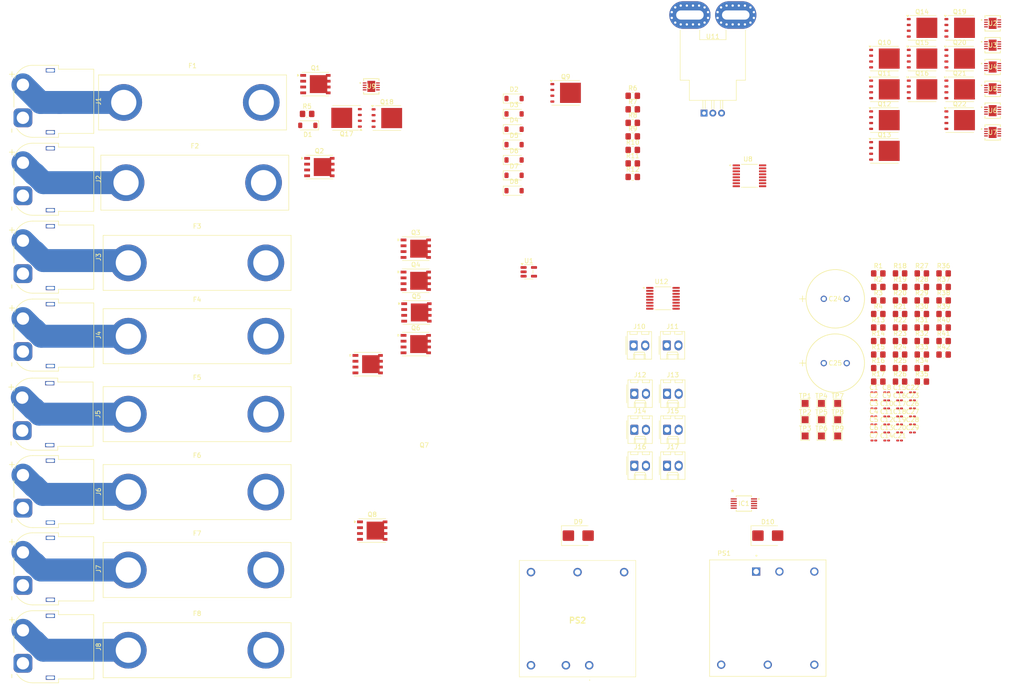
<source format=kicad_pcb>
(kicad_pcb (version 20241229) (generator "pcbnew") (generator_version "9.0")
  (layers (0 "F.Cu" signal) (2 "B.Cu" signal) (13 "F.Paste" user) (15 "B.Paste" user) (5 "F.SilkS" user "F.Silkscreen") (7 "B.SilkS" user "B.Silkscreen") (1 "F.Mask" user) (3 "B.Mask" user) (25 "Edge.Cuts" user))
  (net 0 "")
  (net 1 "/BATT_IN_12_1")
  (net 2 "Net-(D1-A)")
  (net 3 "/BATT_IN_12_2")
  (net 4 "Net-(D2-A)")
  (net 5 "Net-(D3-A)")
  (net 6 "/BATT_IN_12_3")
  (net 7 "Net-(D4-A)")
  (net 8 "/BATT_IN_12_4")
  (net 9 "/BATT_IN_12_5")
  (net 10 "Net-(D5-A)")
  (net 11 "Net-(D6-A)")
  (net 12 "/BATT_IN_12_6")
  (net 13 "/BATT_IN_12_7")
  (net 14 "Net-(D7-A)")
  (net 15 "/24V_PSO")
  (net 16 "Net-(D8-A)")
  (net 17 "/24V_PRESENSE")
  (net 18 "/24V_MONITOR_SDA")
  (net 19 "/24V_MONITOR_SCL")
  (net 20 "GND")
  (net 21 "/24V_UNREGULATED")
  (net 23 "Net-(J1-Pin_2)")
  (net 24 "Net-(J2-Pin_2)")
  (net 25 "Net-(J3-Pin_2)")
  (net 26 "Net-(J4-Pin_2)")
  (net 27 "Net-(J5-Pin_2)")
  (net 28 "Net-(J6-Pin_2)")
  (net 29 "Net-(J7-Pin_2)")
  (net 30 "Net-(J8-Pin_2)")
  (net 31 "Net-(Q1-D)")
  (net 32 "Net-(Q2-D)")
  (net 33 "Net-(Q3-D)")
  (net 34 "Net-(Q4-D)")
  (net 35 "Net-(Q5-D)")
  (net 36 "Net-(Q6-D)")
  (net 37 "Net-(Q7-D)")
  (net 38 "Net-(Q8-D)")
  (net 39 "Net-(Q10-S)")
  (net 40 "/12V_PRESENSE")
  (net 41 "Net-(Q9-G)")
  (net 42 "Net-(Q10-G)")
  (net 43 "Net-(Q11-G)")
  (net 44 "Net-(Q11-S)")
  (net 45 "Net-(Q12-G)")
  (net 46 "Net-(Q13-S)")
  (net 47 "Net-(Q13-G)")
  (net 48 "Net-(Q14-G)")
  (net 49 "Net-(Q15-G)")
  (net 50 "Net-(Q15-S)")
  (net 51 "Net-(Q16-G)")
  (net 52 "Net-(Q17-G)")
  (net 53 "Net-(Q17-S)")
  (net 54 "Net-(Q18-G)")
  (net 55 "Net-(Q19-G)")
  (net 56 "Net-(Q19-S)")
  (net 57 "Net-(Q20-G)")
  (net 58 "Net-(Q21-S)")
  (net 59 "Net-(Q21-G)")
  (net 60 "Net-(Q22-G)")
  (net 61 "/12V_UNREGULATED")
  (net 62 "/12V_AMP_SENSE")
  (net 63 "+5V")
  (net 66 "Net-(U8-IN0)")
  (net 68 "/ADC_1_SCLK")
  (net 69 "/ADC_1_DOUT")
  (net 72 "Net-(U8-IN1)")
  (net 75 "/ADC_1_CS")
  (net 76 "/ADC_1_DIN")
  (net 77 "/THERM_6")
  (net 78 "/THERM_2")
  (net 79 "/THERM_8")
  (net 80 "/THERM_7")
  (net 81 "/THERM_4")
  (net 82 "/THERM_3")
  (net 83 "/24_REGULATED")
  (net 84 "/THERM_5")
  (net 85 "/THERM_1")
  (net 86 "/ADC_2_DIN")
  (net 87 "/ADC_2_SCLK")
  (net 88 "/ADC_2_CS")
  (net 89 "/ADC_2_DOUT")
  (net 90 "Net-(C4-Pad1)")
  (net 93 "/SHDN")
  (net 94 "Net-(U2-INTVCC)")
  (net 96 "Net-(U3-INTVCC)")
  (net 98 "Net-(C6-Pad1)")
  (net 100 "Net-(C13-Pad1)")
  (net 102 "Net-(U4-INTVCC)")
  (net 104 "Net-(U5-INTVCC)")
  (net 105 "Net-(C14-Pad1)")
  (net 111 "Net-(C15-Pad1)")
  (net 112 "Net-(U6-INTVCC)")
  (net 114 "Net-(U7-INTVCC)")
  (net 116 "Net-(C17-Pad1)")
  (net 118 "Net-(U9-INTVCC)")
  (net 119 "Net-(C12-Pad1)")
  (net 125 "/5V_REGULATED")
  (net 127 "GNDD")
  (net 128 "/3.3V")
  (net 130 "Net-(C3-Pad1)")
  (net 131 "Net-(C5-Pad1)")
  (net 132 "Net-(C7-Pad1)")
  (net 133 "Net-(C8-Pad1)")
  (net 134 "Net-(C9-Pad1)")
  (net 135 "/12V_PSO")
  (net 136 "Net-(C11-Pad1)")
  (net 137 "Net-(C16-Pad1)")
  (net 138 "Net-(C18-Pad2)")
  (net 139 "Net-(C26-Pad2)")
  (net 140 "Net-(R2-Pad1)")
  (footprint "Capacitor_SMD:C_0201_0603Metric_Pad0.64x0.40mm_HandSolder" (layer "F.Cu") (at 255.1375 108.75)
    (property "Reference" "C5")
    (property "Value" "10nF")
  )
  (footprint "Capacitor_SMD:C_0201_0603Metric_Pad0.64x0.40mm_HandSolder" (layer "F.Cu") (at 255.1375 105.25)
    (property "Reference" "C3")
    (property "Value" "10nF")
  )
  (footprint "Capacitor_SMD:C_0201_0603Metric_Pad0.64x0.40mm_HandSolder" (layer "F.Cu") (at 255.1375 103.5)
    (property "Reference" "C2")
    (property "Value" "22 nF")
  )
  (footprint "Diode_SMD:D_SOD-123" (layer "F.Cu") (at 176.65 37.65)
    (property "Reference" "D2")
    (property "Value" "D_Zener")
  )
  (footprint "Resistor_SMD:R_0805_2012Metric_Pad1.20x1.40mm_HandSolder" (layer "F.Cu") (at 260.8575 84.65)
    (property "Reference" "R21")
    (property "Value" "1K")
  )
  (footprint "Resistor_SMD:R_0805_2012Metric_Pad1.20x1.40mm_HandSolder" (layer "F.Cu") (at 270.3575 84.65)
    (property "Reference" "R39")
    (property "Value" "2.7K")
  )
  (footprint "Package_SO:PowerPAK_SO-8_Single" (layer "F.Cu") (at 155.205 77.405)
    (property "Reference" "Q4")
    (property "Value" "Q_PMOS_GDS")
  )
  (footprint "Package_SO:PowerPAK_SO-8_Single" (layer "F.Cu") (at 133.31 34.5)
    (property "Reference" "Q1")
    (property "Value" "Q_PMOS_GDS")
  )
  (footprint "Package_TO_SOT_SMD:TDSON-8-1" (layer "F.Cu") (at 273.8644 28.935401)
    (property "Reference" "Q20")
    (property "Value" "Q_NMOS_GDS")
  )
  (footprint "Resistor_SMD:R_0805_2012Metric_Pad1.20x1.40mm_HandSolder" (layer "F.Cu") (at 131.5 41)
    (property "Reference" "R5")
    (property "Value" "100k")
  )
  (footprint "Resistor_SMD:R_0805_2012Metric_Pad1.20x1.40mm_HandSolder" (layer "F.Cu") (at 256.1075 81.7)
    (property "Reference" "R3")
    (property "Value" "100")
  )
  (footprint "Capacitor_SMD:C_0201_0603Metric_Pad0.64x0.40mm_HandSolder" (layer "F.Cu") (at 263.5675 108.75)
    (property "Reference" "C28")
    (property "Value" "1uF")
  )
  (footprint "TestPoint:TestPoint_Pad_1.5x1.5mm" (layer "F.Cu") (at 240.1475 107.71)
    (property "Reference" "TP2")
    (property "Value" "TestPoint")
  )
  (footprint "Resistor_SMD:R_0805_2012Metric_Pad1.20x1.40mm_HandSolder" (layer "F.Cu") (at 256.1075 93.5)
    (property "Reference" "R15")
    (property "Value" "100")
  )
  (footprint "Diode_SMD:D_SOD-123" (layer "F.Cu") (at 176.65 44.35)
    (property "Reference" "D4")
    (property "Value" "D_Zener")
  )
  (footprint "Connector_AMASS:AMASS_XT60PW-F_1x02_P7.20mm_Horizontal" (layer "F.Cu") (at 69.35 110.1 -90)
    (property "Reference" "J5")
    (property "Value" "Conn_01x02")
  )
  (footprint "footprints:05-08-1698_ADI" (layer "F.Cu") (at 281.0522 40.286801)
    (property "Reference" "U6")
    (property "Value" "LTC4372CDD-PBF")
  )
  (footprint "Resistor_SMD:R_0805_2012Metric_Pad1.20x1.40mm_HandSolder" (layer "F.Cu") (at 202.545 51.8)
    (property "Reference" "R11")
    (property "Value" "100k")
  )
  (footprint "TestPoint:TestPoint_Pad_1.5x1.5mm" (layer "F.Cu") (at 240.1475 111.26)
    (property "Reference" "TP3")
    (property "Value" "TestPoint")
  )
  (footprint "Diode_SMD:D_SOD-123" (layer "F.Cu") (at 176.65 51.05)
    (property "Reference" "D6")
    (property "Value" "D_Zener")
  )
  (footprint "0498060:Fuse_0498060M" (layer "F.Cu") (at 107.5 106.5)
    (property "Reference" "F5")
    (property "Value" "Fuse")
  )
  (footprint "Resistor_SMD:R_0805_2012Metric_Pad1.20x1.40mm_HandSolder" (layer "F.Cu") (at 256.1075 75.8)
    (property "Reference" "R1")
    (property "Value" "0.04")
  )
  (footprint "Capacitor_SMD:C_0201_0603Metric_Pad0.64x0.40mm_HandSolder" (layer "F.Cu") (at 263.5675 101.75)
    (property "Reference" "C22")
    (property "Value" "0.1 uF")
  )
  (footprint "0498060:Fuse_0498060M" (layer "F.Cu") (at 107.5 123.5)
    (property "Reference" "F6")
    (property "Value" "Fuse")
  )
  (footprint "footprints:05-08-1698_ADI" (layer "F.Cu") (at 281.0522 21.250001)
    (property "Reference" "U2")
    (property "Value" "LTC4372CDD-PBF")
  )
  (footprint "Package_TO_SOT_SMD:TDSON-8-1" (layer "F.Cu") (at 257.4444 42.355401)
    (property "Reference" "Q12")
    (property "Value" "Q_NMOS_GDS")
  )
  (footprint "Package_SO:PowerPAK_SO-8_Single" (layer "F.Cu") (at 144.715 95.595)
    (property "Reference" "Q7")
    (property "Value" "Q_PMOS_GDS")
  )
  (footprint "TestPoint:TestPoint_Pad_1.5x1.5mm" (layer "F.Cu") (at 240.1475 104.16)
    (property "Reference" "TP1")
    (property "Value" "TestPoint")
  )
  (footprint "TestPoint:TestPoint_Pad_1.5x1.5mm" (layer "F.Cu") (at 247.2475 111.26)
    (property "Reference" "TP9")
    (property "Value" "TestPoint")
  )
  (footprint "Connector_Molex:Molex_KK-254_AE-6410-02A_1x02_P2.54mm_Vertical" (layer "F.Cu") (at 210.02 102.056)
    (property "Reference" "J13")
    (property "Value" "Conn_01x02")
  )
  (footprint "Package_TO_SOT_SMD:SOT-23-5" (layer "F.Cu") (at 179.8625 75.45)
    (property "Reference" "U1")
    (property "Value" "TLV70033_SOT23-5")
  )
  (footprint "Sensor_Current:Allegro_CB_PFF" (layer "F.Cu") (at 218.1 40.825)
    (property "Reference" "U11")
    (property "Value" "ACS770xCB-200U-PFF")
  )
  (footprint "footprints:05-08-1698_ADI" (layer "F.Cu") (at 281.0522 35.527601)
    (property "Reference" "U5")
    (property "Value" "LTC4372CDD-PBF")
  )
  (footprint "Diode_SMD:D_SOD-123" (layer "F.Cu") (at 176.65 54.4)
    (property "Reference" "D7")
    (property "Value" "D_Zener")
  )
  (footprint "Capacitor_SMD:C_0201_0603Metric_Pad0.64x0.40mm_HandSolder" (layer "F.Cu") (at 257.9475 108.75)
    (property "Reference" "C12")
    (property "Value" "100 nF")
  )
  (footprint "Connector_AMASS:AMASS_XT60PW-F_1x02_P7.20mm_Horizontal" (layer "F.Cu") (at 69.5 75.85 -90)
    (property "Reference" "J3")
    (property "Value" "Conn_01x02")
  )
  (footprint "Resistor_SMD:R_0805_2012Metric_Pad1.20x1.40mm_HandSolder" (layer "F.Cu") (at 265.6075 87.6)
    (property "Reference" "R31")
    (property "Value" "10")
  )
  (footprint "TestPoint:TestPoint_Pad_1.5x1.5mm" (layer "F.Cu") (at 243.6975 107.71)
    (property "Reference" "TP5")
    (property "Value" "TestPoint")
  )
  (footprint "Package_TO_SOT_SMD:TDSON-8-1" (layer "F.Cu") (at 273.8644 22.225401)
    (property "Reference" "Q19")
    (property "Value" "Q_NMOS_GDS")
  )
  (footprint "Connector_AMASS:AMASS_XT60PW-F_1x02_P7.20mm_Horizontal" (layer "F.Cu") (at 69.5 41.85 -90)
    (property "Reference" "J1")
    (property "Value" "Conn_01x02")
  )
  (footprint "Resistor_SMD:R_0805_2012Metric_Pad1.20x1.40mm_HandSolder" (layer "F.Cu") (at 256.1075 87.6)
    (property "Reference" "R13")
    (property "Value" "10")
  )
  (footprint "Package_TO_SOT_SMD:TDSON-8-1" (layer "F.Cu") (at 140.1 41.865 180)
    (property "Reference" "Q17")
    (property "Value" "Q_NMOS_GDS")
  )
  (footprint "Resistor_SMD:R_0805_2012Metric_Pad1.20x1.40mm_HandSolder" (layer "F.Cu") (at 256.1075 96.45)
    (property "Reference" "R16")
    (property "Value" "10")
  )
  (footprint "Resistor_SMD:R_0805_2012Metric_Pad1.20x1.40mm_HandSolder" (layer "F.Cu") (at 256.1075 90.55)
    (property "Reference" "R14")
    (property "Value" "1K")
  )
  (footprint "Resistor_SMD:R_0805_2012Metric_Pad1.20x1.40mm_HandSolder" (layer "F.Cu") (at 265.6075 84.65)
    (property "Reference" "R30")
    (property "Value" "100")
  )
  (footprint "Package_TO_SOT_SMD:TDSON-8-1" (layer "F.Cu") (at 257.4444 49.065401)
    (property "Reference" "Q13")
    (property "Value" "Q_NMOS_GDS")
  )
  (footprint "0498060:Fuse_0498060M" (layer "F.Cu") (at 107 56)
    (property "Reference" "F2")
    (property "Value" "Fuse")
  )
  (footprint "TestPoint:TestPoint_Pad_1.5x1.5mm" (layer "F.Cu") (at 243.6975 104.16)
    (property "Reference" "TP4")
    (property "Value" "TestPoint")
  )
  (footprint "Connector_Molex:Molex_KK-254_AE-6410-02A_1x02_P2.54mm_Vertical" (layer "F.Cu") (at 202.88 102.056)
    (property "Reference" "J12")
    (property "Value" "Conn_01x02")
  )
  (footprint "Capacitor_SMD:C_0201_0603Metric_Pad0.64x0.40mm_HandSolder" (layer "F.Cu") (at 257.9475 103.5)
    (property "Reference" "C9")
    (property "Value" "10nF")
  )
  (footprint "Resistor_SMD:R_0805_2012Metric_Pad1.20x1.40mm_HandSolder" (layer "F.Cu") (at 202.545 40)
    (property "Reference" "R7")
    (property "Value" "100k")
  )
  (footprint "TestPoint:TestPoint_Pad_1.5x1.5mm" (layer "F.Cu") (at 247.2475 107.71)
    (property "Reference" "TP8")
    (property "Value" "TestPoint")
  )
  (footprint "Resistor_SMD:R_0805_2012Metric_Pad1.20x1.40mm_HandSolder" (layer "F.Cu") (at 265.6075 93.5)
    (property "Reference" "R33")
    (property "Value" "100")
  )
  (footprint "Diode_SMD:D_SOD-123" (layer "F.Cu") (at 176.65 47.7)
    (property "Reference" "D5")
    (property "Value" "D_Zener")
  )
  (footprint "Capacitor_SMD:C_0201_0603Metric_Pad0.64x0.40mm_HandSolder" (layer "F.Cu") (at 263.5675 110.5)
    (property "Reference" "C29")
    (property "Value" "1uF")
  )
  (footprint "Package_SO:PowerPAK_SO-8_Single" (layer "F.Cu") (at 155.205 91.215)
    (property "Reference" "Q6")
    (property "Value" "Q_PMOS_GDS")
  )
  (footprint "Resistor_SMD:R_0805_2012Metric_Pad1.20x1.40mm_HandSolder" (layer "F.Cu") (at 265.6075 90.55)
    (property "Reference" "R32")
    (property "Value" "1K")
  )
  (footprint "TestPoint:TestPoint_Pad_1.5x1.5mm" (layer "F.Cu") (at 243.6975 111.26)
    (property "Reference" "TP6")
    (property "Value" "TestPoint")
  )
  (footprint "ADC128S052CIMT_NOPB:SOP65P640X120-16N" (layer "F.Cu") (at 209.13 81.225)
    (property "Reference" "U12")
    (property "Value" "ADC128S052CIMT")
  )
  (footprint "Diode_SMD:D_SMB" (layer "F.Cu") (at 190.65 133)
    (property "Reference" "D9")
    (property "Value" "D_Zener")
  )
  (footprint "Capacitor_SMD:C_0201_0603Metric_Pad0.64x0.40mm_HandSolder" (layer "F.Cu") (at 260.7575 110.5)
    (property "Reference" "C20")
    (property "Value" "0.1 uF")
  )
  (footprint "0498060:Fuse_0498060M" (layer "F.Cu") (at 107.5 140.5)
    (property "Reference" "F7")
    (property "Value" "Fuse")
  )
  (footprint "Capacitor_SMD:C_0201_0603Metric_Pad0.64x0.40mm_HandSolder" (layer "F.Cu") (at 263.5675 103.5)
    (property "Reference" "C23")
    (property "Value" "1 uF")
  )
  (footprint "Connector_Molex:Molex_KK-254_AE-6410-02A_1x02_P2.54mm_Vertical" (layer "F.Cu") (at 210.02 109.906)
    (property "Reference" "J15")
    (property "Value" "Conn_01x02")
  )
  (footprint "Resistor_SMD:R_0805_2012Metric_Pad1.20x1.40mm_HandSolder" (layer "F.Cu") (at 260.8575 96.45)
    (property "Reference" "R25")
    (property "Value" "1K")
  )
  (footprint "Capacitor_SMD:C_0201_0603Metric_Pad0.64x0.40mm_HandSolder" (layer "F.Cu") (at 255.1375 107)
    (property "Reference" "C4")
    (property "Value" "100 nF")
  )
  (footprint "Resistor_SMD:R_0805_2012Metric_Pad1.20x1.40mm_HandSolder" (layer "F.Cu") (at 202.545 54.75)
    (property "Reference" "R12")
    (property "Value" "100k")
  )
  (footprint "Resistor_SMD:R_0805_2012Metric_Pad1.20x1.40mm_HandSolder" (layer "F.Cu") (at 270.3575 90.55)
    (property "Reference" "R41")
    (property "Value" "2.7K")
  )
  (footprint "UVZ2A331MHD:CAP_UEP_12P5X25_NCH" (layer "F.Cu") (at 244.2211 95.3703)
    (property "Reference" "C25")
    (property "Value" "UVZ2A331MHD1TO")
  )
  (footprint "Capacitor_SMD:C_0201_0603Metric_Pad0.64x0.40mm_HandSolder" (layer "F.Cu") (at 263.5675 105.25)
    (property "Reference" "C26")
    (property "Value" "0.1 uF")
  )
  (footprint "0498060:Fuse_0498060M" (layer "F.Cu") (at 107.5 73.5)
    (property "Reference" "F3")
    (property "Value" "Fuse")
  )
  (footprint "Connector_Molex:Molex_KK-254_AE-6410-02A_1x02_P2.54mm_Vertical" (layer "F.Cu") (at 209.96 91.5)
    (property "Reference" "J11")
    (property "Value" "Conn_01x02")
  )
  (footprint "Package_SO:PowerPAK_SO-8_Single" (layer "F.Cu") (at 155.205 70.405)
    (property "Reference" "Q3")
    (property "Value" "Q_PMOS_GDS")
  )
  (footprint "Capacitor_SMD:C_0201_0603Metric_Pad0.64x0.40mm_HandSolder" (layer "F.Cu") (at 260.7575 108.75)
    (property "Reference" "C19")
    (property "Value" "1 uF")
  )
  (footprint "Connector_AMASS:AMASS_XT60PW-F_1x02_P7.20mm_Horizontal" (layer "F.Cu") (at 69.5 92.85 -90)
    (property "Reference" "J4")
    (property "Value" "Conn_01x02")
  )
  (footprint "footprints:05-08-1698_ADI" (layer "F.Cu") (at 281.0522 45.046001)
    (property "Reference" "U7")
    (property "Value" "LTC4372CDD-PBF")
  )
  (footprint "0498060:Fuse_0498060M" (layer "F.Cu") (at 107.5 158)
    (property "Reference" "F8")
    (property "Value" "Fuse")
  )
  (footprint "Package_TO_SOT_SMD:TDSON-8-1" (layer "F.Cu") (at 265.6544 35.645401)
    (property "Reference" "Q16")
    (property "Value" "Q_NMOS_GDS")
  )
  (footprint "Capacitor_SMD:C_0201_0603Metric_Pad0.64x0.40mm_HandSolder" (layer "F.Cu") (at 257.9475 101.75)
    (property "Reference" "C8")
    (property "Value" "10nF")
  )
  (footprint "Capacitor_SMD:C_0201_0603Metric_Pad0.64x0.40mm_HandSolder" (layer "F.Cu") (at 263.5675 107)
    (property "Reference" "C27")
    (property "Value" "1 uF")
  )
  (footprint "Resistor_SMD:R_0805_2012Metric_Pad1.20x1.40mm_HandSolder" (layer "F.Cu") (at 265.6075 75.8)
    (property "Reference" "R27")
    (property "Value" "1K")
  )
  (footprint "Capacitor_SMD:C_0201_0603Metric_Pad0.64x0.40mm_HandSolder" (layer "F.Cu") (at 255.1375 110.5)
    (property "Reference" "C6")
    (property "Value" "100 nF")
  )
  (footprint "Capacitor_SMD:C_0201_0603Metric_Pad0.64x0.40mm_HandSolder" (layer "F.Cu") (at 257.9475 110.5)
    (property "Reference" "C13")
    (property "Value" "100 nF")
  )
  (footprint "Resistor_SMD:R_0805_2012Metric_Pad1.20x1.40mm_HandSolder" (layer "F.Cu") (at 256.1075 78.75)
    (property "Reference" "R2")
    (property "Value" "100")
  )
  (footprint "Resistor_SMD:R_0805_2012Metric_Pad1.20x1.40mm_HandSolder" (layer "F.Cu") (at 270.3575 75.8)
    (property "Reference" "R36")
    (property "Value" "2.7K")
  )
  (footprint "Package_SO:PowerPAK_SO-8_Single" (layer "F.Cu") (at 145.705 131.905)
    (property "Reference" "Q8")
    (property "Value" "Q_PMOS_GDS")
  )
  (footprint "Connector_Molex:Molex_KK-254_AE-6410-02A_1x02_P2.54mm_Vertical" (layer "F.Cu") (at 202.725 91.52)
    (property "Reference" "J10")
    (property "Value" "Conn_01x02")
  )
  (footprint "Diode_SMD:D_SOD-123" (layer "F.Cu") (at 176.65 41)
    (property "Reference" "D3")
    (property "Value" "D_Zener")
  )
  (footprint "Package_TO_SOT_SMD:TDSON-8-1" (layer "F.Cu") (at 273.8644 42.355401)
    (property "Reference" "Q22")
    (property "Value" "Q_NMOS_GDS")
  )
  (footprint "Diode_SMD:D_SMB" (layer "F.Cu") (at 232 133)
    (property "Reference" "D10")
    (property "Value" "D_Zener")
  )
  (footprint "Package_TO_SOT_SMD:TDSON-8-1" (layer "F.Cu") (at 265.6544 28.935401)
    (property "Reference" "Q15")
    (property "Value" "Q_NMOS_GDS")
  )
  (footprint "LTC4151:MSOP-10_MS_LIT" (layer "F.Cu") (at 226.78385 126.00076)
    (property "Reference" "IC1")
    (property "Value" "LTC4151IMS#PBF")
  )
  (footprint "Connector_Molex:Molex_KK-254_AE-6410-02A_1x02_P2.54mm_Vertical" (layer "F.Cu") (at 202.88 117.756)
    (property "Reference" "J16")
    (property "Value" "Conn_01x02")
  )
  (footprint "Package_SO:PowerPAK_SO-8_Single" (layer "F.Cu") (at 155.345 84.31)
    (property "Reference" "Q5")
    (property "Value" "Q_PMOS_GDS")
  )
  (footprint "Connector_AMASS:AMASS_XT60PW-F_1x02_P7.20mm_Horizontal" (layer "F.Cu") (at 69.5 58.85 -90)
    (property "Reference" "J2")
    (property "Value" "Conn_01x02")
  )
  (footprint "Package_TO_SOT_SMD:TDSON-8-1" (layer "F.Cu") (at 265.6544 22.225401)
    (property "Reference" "Q14")
    (property "Value" "Q_NMOS_GDS")
  )
  (footprint "Package_TO_SOT_SMD:TDSON-8-1" (layer "F.Cu") (at 257.4444 28.935401)
    (property "Reference" "Q10")
    (property "Value" "Q_NMOS_GDS")
  )
  (footprint "Resistor_SMD:R_0805_2012Metric_Pad1.20x1.40mm_HandSolder" (layer "F.Cu") (at 270.3575 81.7)
    (property "Reference" "R38")
    (property "Value" "2.7K")
  )
  (footprint "Resistor_SMD:R_0805_2012Metric_Pad1.20x1.40mm_HandSolder" (layer "F.Cu") (at 265.6075 96.45)
    (property "Reference" "R34")
    (property "Value" "20k")
  )
  (footprint "THN_10_4815WIR:CONV_THN_10-4815WIR" (layer "F.Cu") (at 232 151)
    (property "Reference" "PS1")
    (property "Value" "THN_10-4815WIR")
  )
  (footprint "Capacitor_SMD:C_0201_0603Metric_Pad0.64x0.40mm_HandSolder" (layer "F.Cu") (at 255.1375 112.25)
    (property "Reference" "C7")
    (property "Value" "10nF")
  )
  (footprint "0498060:Fuse_0498060M" (layer "F.Cu") (at 107.5 89.5)
    (property "Reference" "F4")
    (property "Value" "Fuse")
  )
  (footprint "Package_TO_SOT_SMD:TDSON-8-1" (layer "F.Cu") (at 257.4444 35.645401)
    (property "Reference" "Q11")
    (property "Value" "Q_NMOS_GDS")
  )
  (footprint "Package_TO_SOT_SMD:TDSON-8-1" (layer "F.Cu") (at 273.8644 35.645401)
    (property "Reference" "Q21")
    (property "Value" "Q_NMOS_GDS")
  )
  (footprint "Capacitor_SMD:C_0201_0603Metric_Pad0.64x0.40mm_HandSolder" (layer "F.Cu") (at 257.9475 112.25)
    (property "Reference" "C14")
    (property "Value" "100 nF")
  )
  (footprint "Resistor_SMD:R_0805_2012Metric_Pad1.20x1.40mm_HandSolder" (layer "F.Cu") (at 260.8575 75.8)
    (property "Reference" "R18")
    (property "Value" "100")
  )
  (footprint "Capacitor_SMD:C_0201_0603Metric_Pad0.64x0.40mm_HandSolder" (layer "F.Cu") (at 257.9475 107)
    (property "Reference" "C11")
    (property "Value" "10nF")
  )
  (footprint "Capacitor_SMD:C_0201_0603Metric_Pad0.64x0.40mm_HandSolder" (layer "F.Cu") (at 260.7575 103.5)
    (property "Reference" "C16")
    (property "Value" "10nF")
  )
  (footprint "Resistor_SMD:R_0805_2012Metric_Pad1.20x1.40mm_HandSolder" (layer "F.Cu") (at 260.8575 81.7)
    (property "Reference" "R20")
    (property "Value" "10")
  )
  (footprint "footprints:05-08-1698_ADI" (layer "F.Cu") (at 281.0522 30.768401)
    (property "Reference" "U4")
    (property "Value" "LTC4372CDD-PBF")
  )
  (footprint "Capacitor_SMD:C_0201_0603Metric_Pad0.64x0.40mm_HandSolder" (layer "F.Cu") (at 260.7575 101.75)
    (property "Reference" "C15")
    (property "Value" "100 nF")
  )
  (footprint "Diode_SMD:D_SOD-123" (layer "F.Cu") (at 176.65 57.75)
    (property "Reference" "D8")
    (property "Value" "D_Zener")
  )
  (footprint "Resistor_SMD:R_0805_2012Metric_Pad1.20x1.40mm_HandSolder" (layer "F.Cu") (at 265.6075 81.7)
    (property "Reference" "R29")
    (property "Value" "100")
  )
  (footprint "Resistor_SMD:R_0805_2012Metric_Pad1.20x1.40mm_HandSolder" (layer "F.Cu") (at 260.8575 93.5)
    (property "Reference" "R24")
    (property "Value" "10")
  )
  (footprint "0498060:Fuse_0498060M" (layer "F.Cu") (at 106.5 38.5)
    (property "Reference" "F1")
    (property "Value" "Fuse")
  )
  (footprint "Resistor_SMD:R_0805_2012Metric_Pad1.20x1.40mm_HandSolder" (layer "F.Cu") (at 202.545 45.9)
    (property "Reference" "R9")
    (property "Value" "100k")
  )
  (footprint "Diode_SMD:D_SOD-123" (layer "F.Cu") (at 131.65 43.5 180)
    (property "Reference" "D1")
    (property "Value" "D_Zener")
  )
  (footprint "Connector_AMASS:AMASS_XT60PW-F_1x02_P7.20mm_Horizontal" (layer "F.Cu") (at 69.5 160.85 -90)
    (property "Reference" "J8")
    (property "Value" "Conn_01x02")
  )
  (footprint "Resistor_SMD:R_0805_2012Metric_Pad1.20x1.40mm_HandSolder" (layer "F.Cu") (at 260.8575 78.75)
    (property "Reference" "R19")
    (property "Value" "10")
  )
  (footprint "Resistor_SMD:R_0805_2012Metric_Pad1.20x1.40mm_HandSolder" (layer "F.Cu") (at 260.8575 90.55)
    (property "Reference" "R23")
    (property "Value" "10")
  )
  (footprint "Resistor_SMD:R_0805_2012Metric_Pad1.20x1.40mm_HandSolder" (layer "F.Cu") (at 260.8575 87.6)
    (property "Reference" "R22")
    (property "Value" "100")
  )
  (footprint "footprints:05-08-1698_ADI" (layer "F.Cu") (at 145.5 35)
    (property "Reference" "U9")
    (property "Value" "LTC4372CDD-PBF")
  )
  (footprint "Resistor_SMD:R_0805_2012Metric_Pad1.20x1.40mm_HandSolder" (layer "F.Cu") (at 270.3575 93.5)
    (property "Reference" "R42")
    (property "Value" "2.7K")
  )
  (footprint "JTK3024S05:JTK3024S05" (layer "F.Cu") (at 193.04 161.2825)
    (property "Reference" "PS2")
    (property "Value" "JTK3024S05" (hide yes))
  )
  (footprint "Resistor_SMD:R_0805_2012Metric_Pad1.20x1.40mm_HandSolder" (layer "F.Cu") (at 256.1075 84.65)
    (property "Reference" "R4")
    (property "Value" "2.7K")
  )
  (footprint "Resistor_SMD:R_0805_2012Metric_Pad1.20x1.40mm_HandSolder" (layer "F.Cu") (at 202.545 42.95)
    (property "Reference" "R8")
    (property "Value" "100k")
  )
  (footprint "Connector_AMASS:AMASS_XT60PW-F_1x02_P7.20mm_Horizontal" (layer "F.Cu") (at 69.5 143.85 -90)
    (property "Reference" "J7")
    (property "Value" "Conn_01x02")
  )
  (footprint "Capacitor_SMD:C_0201_0603Metric_Pad0.64x0.40mm_HandSolder" (layer "F.Cu") (at 260.7575 112.25)
    (property "Reference" "C21")
    (property "Value" "0.1 uF")
  )
  (footprint "UVZ2A331MHD:CAP_UEP_12P5X25_NCH" (layer "F.Cu") (at 244.2211 81.3401)
    (property "Reference" "C24")
    (property "Value" "UVZ2A331MHD1TO")
  )
  (footprint "footprints:05-08-1698_ADI" (layer "F.Cu") (at 281.0522 26.009201)
    (property "Reference" "U3")
    (property "Value" "LTC4372CDD-PBF")
  )
  (footprint "Resistor_SMD:R_0805_2012Metric_Pad1.20x1.40mm_HandSolder" (layer "F.Cu") (at 256.1075 99.4)
    (property "Reference" "R17")
    (property "Value" "1K")
  )
  (footprint "Resistor_SMD:R_0805_2012Metric_Pad1.20x1.40mm_HandSolder" (layer "F.Cu") (at 265.6075 78.75)
    (property "Reference" "R28")
    (property "Value" "100")
  )
  (footprint "Capacitor_SMD:C_0201_0603Metric_Pad0.64x0.40mm_HandSolder" (layer "F.Cu") (at 257.9475 105.25)
    (property "Reference" "C10")
    (property "Value" "10 uF")
  )
  (footprint "Package_TO_SOT_SMD:TDSON-8-1" (layer "F.Cu") (at 148.9 41.905)
    (property "Reference" "Q18")
    (property "Value" "Q_NMOS_GDS")
  )
  (footprint "Connector_Molex:Molex_KK-254_AE-6410-02A_1x02_P2.54mm_Vertical" (layer "F.Cu") (at 202.88 109.906)
    (property "Reference" "J14")
    (property "Value" "Conn_01x02")
  )
  (footprint "Resistor_SMD:R_0805_2012Metric_Pad1.20x1.40mm_HandSolder" (layer "F.Cu") (at 270.3575 78.75)
    (property "Reference" "R37")
    (property "Value" "2.7K")
  )
  (footprint "Resistor_SMD:R_0805_2012Metric_Pad1.20x1.40mm_HandSolder" (layer "F.Cu") (at 202.545 37.05)
    (property "Reference" "R6")
    (property "Value" "100k")
  )
  (footprint "Capacitor_SMD:C_0201_0603Metric_Pad0.64x0.40mm_HandSolder" (layer "F.Cu") (at 255.1375 101.75)
    (property "Reference" "C1")
    (property "Value" "22 nF")
  )
  (footprint "Resistor_SMD:R_0805_2012Metric_Pad1.20x1.40mm_HandSolder" (layer "F.Cu") (at 202.545 48.85)
    (property "Reference" "R10")
    (property "Value" "100k")
  )
  (footprint "Package_SO:PowerPAK_SO-8_Single" (layer "F.Cu") (at 134.17 52.595)
    (property "Reference" "Q2")
    (property "Value" "Q_PMOS_GDS")
  )
  (footprint "Resistor_SMD:R_0805_2012Metric_Pad1.20x1.40mm_HandSolder" (layer "F.Cu") (at 270.3575 87.6)
    (property "Reference" "R40")
    (property "Value" "2.7K")
  )
  (footprint "Capacitor_SMD:C_0201_0603Metric_Pad0.64x0.40mm_HandSolder" (layer "F.Cu") (at 260.7575 105.25)
    (property "Reference" "C17")
    (property "Value" "100 nF")
  )
  (footprint "Package_TO_SOT_SMD:TDSON-8-1" (layer "F.Cu") (at 187.9 36.405)
    (property "Reference" "Q9")
    (property "Value" "Q_NMOS_GDS")
  )
  (footprint "Resistor_SMD:R_0805_2012Metric_Pad1.20x1.40mm_HandSolder" (layer "F.Cu") (at 260.8575 99.4)
    (property "Reference" "R26")
    (property "Value" "1K")
  )
  (footprint "TestPoint:TestPoint_Pad_1.5x1.5mm" (layer "F.Cu") (at 247.2475 104.16)
    (property "Reference" "TP7")
    (property "Value" "TestPoint")
  )
  (footprint "Connector_AMASS:AMASS_XT60PW-F_1x02_P7.20mm_Horizontal" (layer "F.Cu") (at 69.5 127 -90)
    (property "Reference" "J6")
    (property "Value" "Conn_01x02")
  )
  (footprint "ADC128S052CIMT_NOPB:SOP65P640X120-16N" (layer "F.Cu") (at 228 54.5)
    (property "Reference" "U8")
    (property "Value" "ADC128S052CIMT")
  )
  (footprint "Resistor_SMD:R_0805_2012Metric_Pad1.20x1.40mm_HandSolder" (layer "F.Cu") (at 265.6075 99.4)
    (property "Reference" "R35")
    (property "Value" "10k")
  )
  (footprint "Connector_Molex:Molex_KK-254_AE-6410-02A_1x02_P2.54mm_Vertical" (layer "F.Cu") (at 210.02 117.756)
    (property "Reference" "J17")
    (property "Value" "Conn_01x02")
  )
  (footprint "Capacitor_SMD:C_0201_0603Metric_Pad0.64x0.40mm_HandSolder" (layer "F.Cu") (at 260.7575 107)
    (property "Reference" "C18")
    (property "Value" "0.1 uF")
  )
  (segment (start 91.5 38.5) (end 91 38.5) (width 0.25) (layer "F.Cu") (net 23))
  (segment (start 77.5 38.5) (end 73.35 38.5) (width 5) (layer "B.Cu") (net 23))
  (segment (start 91.5 38.5) (end 77.5 38.5) (width 5) (layer "B.Cu") (net 23))
  (segment (start 73.35 38.5) (end 69.5 34.65) (width 5) (layer "B.Cu") (net 23))
  (segment (start 91.5 56) (end 91 56) (width 0.25) (layer "F.Cu") (net 24))
  (segment (start 72.075376 54.099) (end 71.949 54.099) (width 5) (layer "B.Cu") (net 24))
  (segment (start 71.949 54.099) (end 69.5 51.65) (width 5) (layer "B.Cu") (net 24))
  (segment (start 73.976376 56) (end 72.075376 54.099) (width 5) (layer "B.Cu") (net 24))
  (segment (start 91.5 56) (end 73.976376 56) (width 5) (layer "B.Cu") (net 24))
  (segment (start 72.075376 71.099) (end 71.949 71.099) (width 5) (layer "B.Cu") (net 25))
  (segment (start 91.5 73) (end 73.976376 73) (width 5) (layer "B.Cu") (net 25))
  (segment (start 71.949 71.099) (end 69.5 68.65) (width 5) (layer "B.Cu") (net 25))
  (segment (start 73.976376 73) (end 72.075376 71.099) (width 5) (layer "B.Cu") (net 25))
  (segment (start 73.476376 89.5) (end 72.075376 88.099) (width 5) (layer "B.Cu") (net 26))
  (segment (start 91 89.5) (end 73.476376 89.5) (width 5) (layer "B.Cu") (net 26))
  (segment (start 72.075376 88.099) (end 71.949 88.099) (width 5) (layer "B.Cu") (net 26))
  (segment (start 71.949 88.099) (end 69.5 85.65) (width 5) (layer "B.Cu") (net 26))
  (segment (start 73.076376 106.5) (end 71.925376 105.349) (width 5) (layer "B.Cu") (net 27))
  (segment (start 91.5 106.5) (end 73.076376 106.5) (width 5) (layer "B.Cu") (net 27))
  (segment (start 71.799 105.349) (end 69.35 102.9) (width 5) (layer "B.Cu") (net 27))
  (segment (start 71.925376 105.349) (end 71.799 105.349) (width 5) (layer "B.Cu") (net 27))
  (segment (start 73.826376 124) (end 92 124) (width 5) (layer "B.Cu") (net 28))
  (segment (start 92 124) (end 92.5 123.5) (width 5) (layer "B.Cu") (net 28))
  (segment (start 72.075376 122.249) (end 73.826376 124) (width 5) (layer "B.Cu") (net 28))
  (segment (start 69.5 119.8) (end 71.949 122.249) (width 5) (layer "B.Cu") (net 28))
  (segment (start 71.949 122.249) (end 72.075376 122.249) (width 5) (layer "B.Cu") (net 28))
  (segment (start 69.5 136.65) (end 71.949 139.099) (width 5) (layer "B.Cu") (net 29))
  (segment (start 72.075376 139.099) (end 73.476376 140.5) (width 5) (layer "B.Cu") (net 29))
  (segment (start 73.476376 140.5) (end 92.086812 140.5) (width 5) (layer "B.Cu") (net 29))
  (segment (start 71.949 139.099) (end 72.075376 139.099) (width 5) (layer "B.Cu") (net 29))
  (segment (start 71.949 156.099) (end 72.075376 156.099) (width 5) (layer "B.Cu") (net 30))
  (segment (start 73.976376 158) (end 92.086812 158) (width 5) (layer "B.Cu") (net 30))
  (segment (start 72.075376 156.099) (end 73.976376 158) (width 5) (layer "B.Cu") (net 30))
  (segment (start 69.5 153.65) (end 71.949 156.099) (width 5) (layer "B.Cu") (net 30))
  (segment (start 121.5 38.5) (end 123.27 40.27) (width 0.25) (layer "F.Cu") (net 31))
)
</source>
